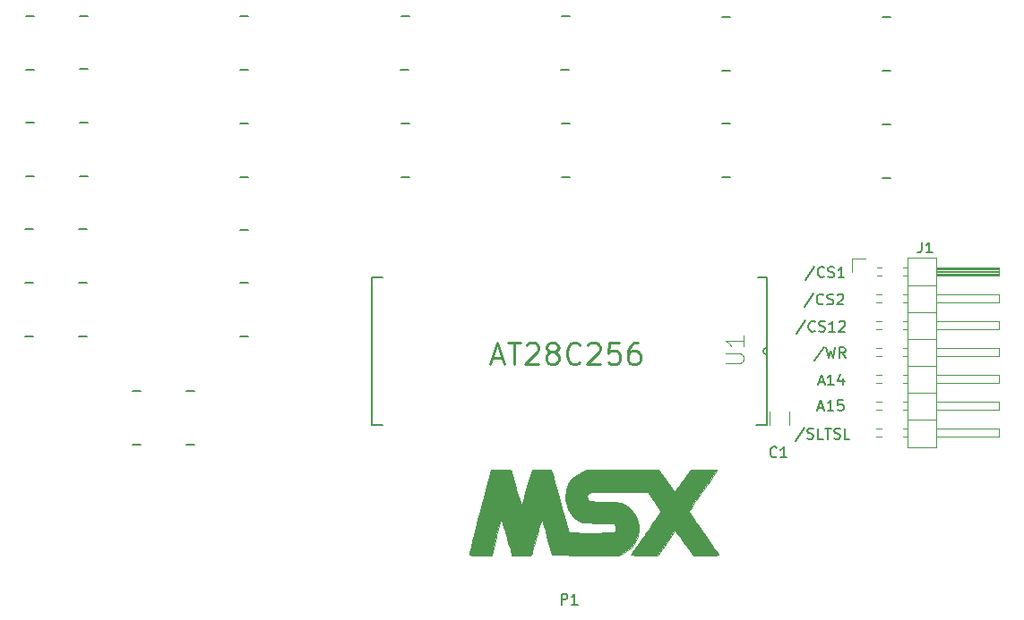
<source format=gbr>
G04 #@! TF.GenerationSoftware,KiCad,Pcbnew,(5.1.5)-3*
G04 #@! TF.CreationDate,2020-07-01T21:27:05+01:00*
G04 #@! TF.ProjectId,msx_eeprom,6d73785f-6565-4707-926f-6d2e6b696361,rev?*
G04 #@! TF.SameCoordinates,Original*
G04 #@! TF.FileFunction,Legend,Top*
G04 #@! TF.FilePolarity,Positive*
%FSLAX46Y46*%
G04 Gerber Fmt 4.6, Leading zero omitted, Abs format (unit mm)*
G04 Created by KiCad (PCBNEW (5.1.5)-3) date 2020-07-01 21:27:05*
%MOMM*%
%LPD*%
G04 APERTURE LIST*
%ADD10C,0.150000*%
%ADD11C,0.250000*%
%ADD12C,0.120000*%
%ADD13C,0.010000*%
%ADD14C,0.152400*%
%ADD15C,0.015000*%
G04 APERTURE END LIST*
D10*
X160639974Y-70438401D02*
X159782831Y-71724116D01*
X160925688Y-71438401D02*
X161068545Y-71486020D01*
X161306640Y-71486020D01*
X161401879Y-71438401D01*
X161449498Y-71390782D01*
X161497117Y-71295544D01*
X161497117Y-71200306D01*
X161449498Y-71105068D01*
X161401879Y-71057449D01*
X161306640Y-71009830D01*
X161116164Y-70962211D01*
X161020926Y-70914592D01*
X160973307Y-70866973D01*
X160925688Y-70771735D01*
X160925688Y-70676497D01*
X160973307Y-70581259D01*
X161020926Y-70533640D01*
X161116164Y-70486020D01*
X161354260Y-70486020D01*
X161497117Y-70533640D01*
X162401879Y-71486020D02*
X161925688Y-71486020D01*
X161925688Y-70486020D01*
X162592355Y-70486020D02*
X163163783Y-70486020D01*
X162878069Y-71486020D02*
X162878069Y-70486020D01*
X163449498Y-71438401D02*
X163592355Y-71486020D01*
X163830450Y-71486020D01*
X163925688Y-71438401D01*
X163973307Y-71390782D01*
X164020926Y-71295544D01*
X164020926Y-71200306D01*
X163973307Y-71105068D01*
X163925688Y-71057449D01*
X163830450Y-71009830D01*
X163639974Y-70962211D01*
X163544736Y-70914592D01*
X163497117Y-70866973D01*
X163449498Y-70771735D01*
X163449498Y-70676497D01*
X163497117Y-70581259D01*
X163544736Y-70533640D01*
X163639974Y-70486020D01*
X163878069Y-70486020D01*
X164020926Y-70533640D01*
X164925688Y-71486020D02*
X164449498Y-71486020D01*
X164449498Y-70486020D01*
X161966423Y-68518066D02*
X162442614Y-68518066D01*
X161871185Y-68803780D02*
X162204519Y-67803780D01*
X162537852Y-68803780D01*
X163394995Y-68803780D02*
X162823566Y-68803780D01*
X163109280Y-68803780D02*
X163109280Y-67803780D01*
X163014042Y-67946638D01*
X162918804Y-68041876D01*
X162823566Y-68089495D01*
X164299757Y-67803780D02*
X163823566Y-67803780D01*
X163775947Y-68279971D01*
X163823566Y-68232352D01*
X163918804Y-68184733D01*
X164156900Y-68184733D01*
X164252138Y-68232352D01*
X164299757Y-68279971D01*
X164347376Y-68375209D01*
X164347376Y-68613304D01*
X164299757Y-68708542D01*
X164252138Y-68756161D01*
X164156900Y-68803780D01*
X163918804Y-68803780D01*
X163823566Y-68756161D01*
X163775947Y-68708542D01*
X162004523Y-66105066D02*
X162480714Y-66105066D01*
X161909285Y-66390780D02*
X162242619Y-65390780D01*
X162575952Y-66390780D01*
X163433095Y-66390780D02*
X162861666Y-66390780D01*
X163147380Y-66390780D02*
X163147380Y-65390780D01*
X163052142Y-65533638D01*
X162956904Y-65628876D01*
X162861666Y-65676495D01*
X164290238Y-65724114D02*
X164290238Y-66390780D01*
X164052142Y-65343161D02*
X163814047Y-66057447D01*
X164433095Y-66057447D01*
D11*
X131130280Y-63828253D02*
X132082660Y-63828253D01*
X130939803Y-64399681D02*
X131606470Y-62399681D01*
X132273137Y-64399681D01*
X132654089Y-62399681D02*
X133796946Y-62399681D01*
X133225518Y-64399681D02*
X133225518Y-62399681D01*
X134368375Y-62590158D02*
X134463613Y-62494920D01*
X134654089Y-62399681D01*
X135130280Y-62399681D01*
X135320756Y-62494920D01*
X135415994Y-62590158D01*
X135511232Y-62780634D01*
X135511232Y-62971110D01*
X135415994Y-63256824D01*
X134273137Y-64399681D01*
X135511232Y-64399681D01*
X136654089Y-63256824D02*
X136463613Y-63161586D01*
X136368375Y-63066348D01*
X136273137Y-62875872D01*
X136273137Y-62780634D01*
X136368375Y-62590158D01*
X136463613Y-62494920D01*
X136654089Y-62399681D01*
X137035041Y-62399681D01*
X137225518Y-62494920D01*
X137320756Y-62590158D01*
X137415994Y-62780634D01*
X137415994Y-62875872D01*
X137320756Y-63066348D01*
X137225518Y-63161586D01*
X137035041Y-63256824D01*
X136654089Y-63256824D01*
X136463613Y-63352062D01*
X136368375Y-63447300D01*
X136273137Y-63637777D01*
X136273137Y-64018729D01*
X136368375Y-64209205D01*
X136463613Y-64304443D01*
X136654089Y-64399681D01*
X137035041Y-64399681D01*
X137225518Y-64304443D01*
X137320756Y-64209205D01*
X137415994Y-64018729D01*
X137415994Y-63637777D01*
X137320756Y-63447300D01*
X137225518Y-63352062D01*
X137035041Y-63256824D01*
X139415994Y-64209205D02*
X139320756Y-64304443D01*
X139035041Y-64399681D01*
X138844565Y-64399681D01*
X138558851Y-64304443D01*
X138368375Y-64113967D01*
X138273137Y-63923491D01*
X138177899Y-63542539D01*
X138177899Y-63256824D01*
X138273137Y-62875872D01*
X138368375Y-62685396D01*
X138558851Y-62494920D01*
X138844565Y-62399681D01*
X139035041Y-62399681D01*
X139320756Y-62494920D01*
X139415994Y-62590158D01*
X140177899Y-62590158D02*
X140273137Y-62494920D01*
X140463613Y-62399681D01*
X140939803Y-62399681D01*
X141130280Y-62494920D01*
X141225518Y-62590158D01*
X141320756Y-62780634D01*
X141320756Y-62971110D01*
X141225518Y-63256824D01*
X140082660Y-64399681D01*
X141320756Y-64399681D01*
X143130280Y-62399681D02*
X142177899Y-62399681D01*
X142082660Y-63352062D01*
X142177899Y-63256824D01*
X142368375Y-63161586D01*
X142844565Y-63161586D01*
X143035041Y-63256824D01*
X143130280Y-63352062D01*
X143225518Y-63542539D01*
X143225518Y-64018729D01*
X143130280Y-64209205D01*
X143035041Y-64304443D01*
X142844565Y-64399681D01*
X142368375Y-64399681D01*
X142177899Y-64304443D01*
X142082660Y-64209205D01*
X144939803Y-62399681D02*
X144558851Y-62399681D01*
X144368375Y-62494920D01*
X144273137Y-62590158D01*
X144082660Y-62875872D01*
X143987422Y-63256824D01*
X143987422Y-64018729D01*
X144082660Y-64209205D01*
X144177899Y-64304443D01*
X144368375Y-64399681D01*
X144749327Y-64399681D01*
X144939803Y-64304443D01*
X145035041Y-64209205D01*
X145130280Y-64018729D01*
X145130280Y-63542539D01*
X145035041Y-63352062D01*
X144939803Y-63256824D01*
X144749327Y-63161586D01*
X144368375Y-63161586D01*
X144177899Y-63256824D01*
X144082660Y-63352062D01*
X143987422Y-63542539D01*
D10*
X162475942Y-62775221D02*
X161618800Y-64060936D01*
X162714038Y-62822840D02*
X162952133Y-63822840D01*
X163142609Y-63108555D01*
X163333085Y-63822840D01*
X163571180Y-62822840D01*
X164523561Y-63822840D02*
X164190228Y-63346650D01*
X163952133Y-63822840D02*
X163952133Y-62822840D01*
X164333085Y-62822840D01*
X164428323Y-62870460D01*
X164475942Y-62918079D01*
X164523561Y-63013317D01*
X164523561Y-63156174D01*
X164475942Y-63251412D01*
X164428323Y-63299031D01*
X164333085Y-63346650D01*
X163952133Y-63346650D01*
X160737420Y-60283481D02*
X159880277Y-61569196D01*
X161642181Y-61235862D02*
X161594562Y-61283481D01*
X161451705Y-61331100D01*
X161356467Y-61331100D01*
X161213610Y-61283481D01*
X161118372Y-61188243D01*
X161070753Y-61093005D01*
X161023134Y-60902529D01*
X161023134Y-60759672D01*
X161070753Y-60569196D01*
X161118372Y-60473958D01*
X161213610Y-60378720D01*
X161356467Y-60331100D01*
X161451705Y-60331100D01*
X161594562Y-60378720D01*
X161642181Y-60426339D01*
X162023134Y-61283481D02*
X162165991Y-61331100D01*
X162404086Y-61331100D01*
X162499324Y-61283481D01*
X162546943Y-61235862D01*
X162594562Y-61140624D01*
X162594562Y-61045386D01*
X162546943Y-60950148D01*
X162499324Y-60902529D01*
X162404086Y-60854910D01*
X162213610Y-60807291D01*
X162118372Y-60759672D01*
X162070753Y-60712053D01*
X162023134Y-60616815D01*
X162023134Y-60521577D01*
X162070753Y-60426339D01*
X162118372Y-60378720D01*
X162213610Y-60331100D01*
X162451705Y-60331100D01*
X162594562Y-60378720D01*
X163546943Y-61331100D02*
X162975515Y-61331100D01*
X163261229Y-61331100D02*
X163261229Y-60331100D01*
X163165991Y-60473958D01*
X163070753Y-60569196D01*
X162975515Y-60616815D01*
X163927896Y-60426339D02*
X163975515Y-60378720D01*
X164070753Y-60331100D01*
X164308848Y-60331100D01*
X164404086Y-60378720D01*
X164451705Y-60426339D01*
X164499324Y-60521577D01*
X164499324Y-60616815D01*
X164451705Y-60759672D01*
X163880277Y-61331100D01*
X164499324Y-61331100D01*
X161520950Y-57718081D02*
X160663807Y-59003796D01*
X162425712Y-58670462D02*
X162378093Y-58718081D01*
X162235236Y-58765700D01*
X162139998Y-58765700D01*
X161997140Y-58718081D01*
X161901902Y-58622843D01*
X161854283Y-58527605D01*
X161806664Y-58337129D01*
X161806664Y-58194272D01*
X161854283Y-58003796D01*
X161901902Y-57908558D01*
X161997140Y-57813320D01*
X162139998Y-57765700D01*
X162235236Y-57765700D01*
X162378093Y-57813320D01*
X162425712Y-57860939D01*
X162806664Y-58718081D02*
X162949521Y-58765700D01*
X163187617Y-58765700D01*
X163282855Y-58718081D01*
X163330474Y-58670462D01*
X163378093Y-58575224D01*
X163378093Y-58479986D01*
X163330474Y-58384748D01*
X163282855Y-58337129D01*
X163187617Y-58289510D01*
X162997140Y-58241891D01*
X162901902Y-58194272D01*
X162854283Y-58146653D01*
X162806664Y-58051415D01*
X162806664Y-57956177D01*
X162854283Y-57860939D01*
X162901902Y-57813320D01*
X162997140Y-57765700D01*
X163235236Y-57765700D01*
X163378093Y-57813320D01*
X163759045Y-57860939D02*
X163806664Y-57813320D01*
X163901902Y-57765700D01*
X164139998Y-57765700D01*
X164235236Y-57813320D01*
X164282855Y-57860939D01*
X164330474Y-57956177D01*
X164330474Y-58051415D01*
X164282855Y-58194272D01*
X163711426Y-58765700D01*
X164330474Y-58765700D01*
X161597150Y-55150141D02*
X160740007Y-56435856D01*
X162501912Y-56102522D02*
X162454293Y-56150141D01*
X162311436Y-56197760D01*
X162216198Y-56197760D01*
X162073340Y-56150141D01*
X161978102Y-56054903D01*
X161930483Y-55959665D01*
X161882864Y-55769189D01*
X161882864Y-55626332D01*
X161930483Y-55435856D01*
X161978102Y-55340618D01*
X162073340Y-55245380D01*
X162216198Y-55197760D01*
X162311436Y-55197760D01*
X162454293Y-55245380D01*
X162501912Y-55292999D01*
X162882864Y-56150141D02*
X163025721Y-56197760D01*
X163263817Y-56197760D01*
X163359055Y-56150141D01*
X163406674Y-56102522D01*
X163454293Y-56007284D01*
X163454293Y-55912046D01*
X163406674Y-55816808D01*
X163359055Y-55769189D01*
X163263817Y-55721570D01*
X163073340Y-55673951D01*
X162978102Y-55626332D01*
X162930483Y-55578713D01*
X162882864Y-55483475D01*
X162882864Y-55388237D01*
X162930483Y-55292999D01*
X162978102Y-55245380D01*
X163073340Y-55197760D01*
X163311436Y-55197760D01*
X163454293Y-55245380D01*
X164406674Y-56197760D02*
X163835245Y-56197760D01*
X164120960Y-56197760D02*
X164120960Y-55197760D01*
X164025721Y-55340618D01*
X163930483Y-55435856D01*
X163835245Y-55483475D01*
D12*
X165145720Y-54399180D02*
X166415720Y-54399180D01*
X165145720Y-55669180D02*
X165145720Y-54399180D01*
X167458649Y-71289180D02*
X167912791Y-71289180D01*
X167458649Y-70529180D02*
X167912791Y-70529180D01*
X169998649Y-71289180D02*
X170395720Y-71289180D01*
X169998649Y-70529180D02*
X170395720Y-70529180D01*
X179055720Y-71289180D02*
X173055720Y-71289180D01*
X179055720Y-70529180D02*
X179055720Y-71289180D01*
X173055720Y-70529180D02*
X179055720Y-70529180D01*
X170395720Y-69639180D02*
X173055720Y-69639180D01*
X167458649Y-68749180D02*
X167912791Y-68749180D01*
X167458649Y-67989180D02*
X167912791Y-67989180D01*
X169998649Y-68749180D02*
X170395720Y-68749180D01*
X169998649Y-67989180D02*
X170395720Y-67989180D01*
X179055720Y-68749180D02*
X173055720Y-68749180D01*
X179055720Y-67989180D02*
X179055720Y-68749180D01*
X173055720Y-67989180D02*
X179055720Y-67989180D01*
X170395720Y-67099180D02*
X173055720Y-67099180D01*
X167458649Y-66209180D02*
X167912791Y-66209180D01*
X167458649Y-65449180D02*
X167912791Y-65449180D01*
X169998649Y-66209180D02*
X170395720Y-66209180D01*
X169998649Y-65449180D02*
X170395720Y-65449180D01*
X179055720Y-66209180D02*
X173055720Y-66209180D01*
X179055720Y-65449180D02*
X179055720Y-66209180D01*
X173055720Y-65449180D02*
X179055720Y-65449180D01*
X170395720Y-64559180D02*
X173055720Y-64559180D01*
X167458649Y-63669180D02*
X167912791Y-63669180D01*
X167458649Y-62909180D02*
X167912791Y-62909180D01*
X169998649Y-63669180D02*
X170395720Y-63669180D01*
X169998649Y-62909180D02*
X170395720Y-62909180D01*
X179055720Y-63669180D02*
X173055720Y-63669180D01*
X179055720Y-62909180D02*
X179055720Y-63669180D01*
X173055720Y-62909180D02*
X179055720Y-62909180D01*
X170395720Y-62019180D02*
X173055720Y-62019180D01*
X167458649Y-61129180D02*
X167912791Y-61129180D01*
X167458649Y-60369180D02*
X167912791Y-60369180D01*
X169998649Y-61129180D02*
X170395720Y-61129180D01*
X169998649Y-60369180D02*
X170395720Y-60369180D01*
X179055720Y-61129180D02*
X173055720Y-61129180D01*
X179055720Y-60369180D02*
X179055720Y-61129180D01*
X173055720Y-60369180D02*
X179055720Y-60369180D01*
X170395720Y-59479180D02*
X173055720Y-59479180D01*
X167458649Y-58589180D02*
X167912791Y-58589180D01*
X167458649Y-57829180D02*
X167912791Y-57829180D01*
X169998649Y-58589180D02*
X170395720Y-58589180D01*
X169998649Y-57829180D02*
X170395720Y-57829180D01*
X179055720Y-58589180D02*
X173055720Y-58589180D01*
X179055720Y-57829180D02*
X179055720Y-58589180D01*
X173055720Y-57829180D02*
X179055720Y-57829180D01*
X170395720Y-56939180D02*
X173055720Y-56939180D01*
X167525720Y-56049180D02*
X167912791Y-56049180D01*
X167525720Y-55289180D02*
X167912791Y-55289180D01*
X169998649Y-56049180D02*
X170395720Y-56049180D01*
X169998649Y-55289180D02*
X170395720Y-55289180D01*
X173055720Y-55949180D02*
X179055720Y-55949180D01*
X173055720Y-55829180D02*
X179055720Y-55829180D01*
X173055720Y-55709180D02*
X179055720Y-55709180D01*
X173055720Y-55589180D02*
X179055720Y-55589180D01*
X173055720Y-55469180D02*
X179055720Y-55469180D01*
X173055720Y-55349180D02*
X179055720Y-55349180D01*
X179055720Y-56049180D02*
X173055720Y-56049180D01*
X179055720Y-55289180D02*
X179055720Y-56049180D01*
X173055720Y-55289180D02*
X179055720Y-55289180D01*
X173055720Y-54339180D02*
X170395720Y-54339180D01*
X173055720Y-72239180D02*
X173055720Y-54339180D01*
X170395720Y-72239180D02*
X173055720Y-72239180D01*
X170395720Y-54339180D02*
X170395720Y-72239180D01*
D13*
G36*
X136800826Y-74690676D02*
G01*
X136844920Y-74849070D01*
X136928649Y-75148213D01*
X137045769Y-75565856D01*
X137190033Y-76079750D01*
X137355198Y-76667645D01*
X137535018Y-77307290D01*
X137639284Y-77678000D01*
X138389536Y-80345000D01*
X140436510Y-80367678D01*
X141171141Y-80371851D01*
X141768303Y-80366793D01*
X142219934Y-80352745D01*
X142517973Y-80329949D01*
X142650075Y-80301199D01*
X142769021Y-80154199D01*
X142818502Y-79926061D01*
X142791865Y-79692899D01*
X142715067Y-79557600D01*
X142596559Y-79512988D01*
X142337726Y-79481562D01*
X141929326Y-79462656D01*
X141362116Y-79455606D01*
X141296900Y-79455527D01*
X140814553Y-79449759D01*
X140367780Y-79434195D01*
X139995253Y-79410922D01*
X139735642Y-79382025D01*
X139664972Y-79367471D01*
X139187207Y-79149303D01*
X138759707Y-78782320D01*
X138401997Y-78284227D01*
X138336866Y-78163243D01*
X138177536Y-77825882D01*
X138089456Y-77549070D01*
X138052452Y-77250824D01*
X138046126Y-76981664D01*
X138113521Y-76322756D01*
X138322324Y-75753785D01*
X138675796Y-75269802D01*
X139177198Y-74865863D01*
X139589173Y-74641443D01*
X140065000Y-74418333D01*
X143451667Y-74396027D01*
X146838334Y-74373722D01*
X147600334Y-75436296D01*
X148362334Y-76498869D01*
X148547513Y-76268216D01*
X148669790Y-76106747D01*
X148860781Y-75843982D01*
X149093064Y-75518019D01*
X149309513Y-75209633D01*
X149886334Y-74381703D01*
X151135167Y-74378851D01*
X151573192Y-74380788D01*
X151944077Y-74388027D01*
X152218310Y-74399549D01*
X152366380Y-74414334D01*
X152384000Y-74421993D01*
X152336861Y-74500304D01*
X152203816Y-74698284D01*
X151997425Y-74997841D01*
X151730247Y-75380882D01*
X151414843Y-75829315D01*
X151063771Y-76325046D01*
X151028042Y-76375320D01*
X150649838Y-76913731D01*
X150323284Y-77391385D01*
X150058378Y-77792812D01*
X149865121Y-78102540D01*
X149753511Y-78305097D01*
X149730823Y-78382494D01*
X149793303Y-78475317D01*
X149940535Y-78687804D01*
X150159504Y-79001361D01*
X150437193Y-79397398D01*
X150760584Y-79857321D01*
X151116660Y-80362539D01*
X151171448Y-80440176D01*
X151528100Y-80947277D01*
X151850605Y-81409285D01*
X152126602Y-81808213D01*
X152343731Y-82126075D01*
X152489631Y-82344884D01*
X152551943Y-82446655D01*
X152553334Y-82451009D01*
X152473647Y-82469798D01*
X152254491Y-82485655D01*
X151925722Y-82497286D01*
X151517197Y-82503393D01*
X151333099Y-82504000D01*
X150112864Y-82503999D01*
X149708537Y-81932500D01*
X149454915Y-81576931D01*
X149159341Y-81166843D01*
X148880638Y-80783802D01*
X148848343Y-80739742D01*
X148392475Y-80118485D01*
X147578693Y-81311242D01*
X146764910Y-82504000D01*
X145510455Y-82504000D01*
X145071377Y-82501115D01*
X144699373Y-82493171D01*
X144423892Y-82481232D01*
X144274380Y-82466364D01*
X144256000Y-82458626D01*
X144302608Y-82380149D01*
X144434204Y-82181184D01*
X144638442Y-81879812D01*
X144902978Y-81494109D01*
X145215470Y-81042156D01*
X145563572Y-80542031D01*
X145611756Y-80473047D01*
X145966658Y-79963269D01*
X146290170Y-79494986D01*
X146569366Y-79087195D01*
X146791321Y-78758893D01*
X146943110Y-78529077D01*
X147011808Y-78416745D01*
X147013703Y-78412468D01*
X146985697Y-78299560D01*
X146874814Y-78078493D01*
X146697297Y-77778400D01*
X146469392Y-77428410D01*
X146444860Y-77392381D01*
X145829826Y-76492666D01*
X143101627Y-76492666D01*
X142311373Y-76493271D01*
X141674018Y-76496764D01*
X141173126Y-76505662D01*
X140792264Y-76522482D01*
X140514997Y-76549742D01*
X140324890Y-76589957D01*
X140205508Y-76645645D01*
X140140418Y-76719324D01*
X140113185Y-76813510D01*
X140107373Y-76930721D01*
X140107333Y-76951258D01*
X140125667Y-77118616D01*
X140195112Y-77241834D01*
X140337333Y-77327398D01*
X140573993Y-77381794D01*
X140926759Y-77411508D01*
X141417293Y-77423025D01*
X141686418Y-77423999D01*
X142315503Y-77432383D01*
X142807731Y-77462794D01*
X143194988Y-77523121D01*
X143509161Y-77621255D01*
X143782134Y-77765084D01*
X144045793Y-77962498D01*
X144119550Y-78026036D01*
X144552758Y-78511396D01*
X144834164Y-79071548D01*
X144964137Y-79707330D01*
X144973915Y-79964000D01*
X144895152Y-80632126D01*
X144668710Y-81228073D01*
X144303575Y-81737189D01*
X143808731Y-82144825D01*
X143546924Y-82290860D01*
X143106996Y-82506097D01*
X139938980Y-82483882D01*
X136770963Y-82461666D01*
X136304775Y-80708429D01*
X136166458Y-80194692D01*
X136041620Y-79743229D01*
X135936939Y-79377199D01*
X135859094Y-79119764D01*
X135814762Y-78994083D01*
X135808040Y-78985737D01*
X135780839Y-79069428D01*
X135718011Y-79287538D01*
X135627491Y-79610853D01*
X135517213Y-80010161D01*
X135395112Y-80456246D01*
X135269123Y-80919895D01*
X135147182Y-81371893D01*
X135037222Y-81783026D01*
X134947179Y-82124080D01*
X134884987Y-82365841D01*
X134858582Y-82479094D01*
X134858192Y-82482833D01*
X134779154Y-82491356D01*
X134565044Y-82498238D01*
X134250123Y-82502698D01*
X133930667Y-82504000D01*
X133003334Y-82504000D01*
X132845372Y-81974833D01*
X132763965Y-81695248D01*
X132651603Y-81300015D01*
X132521744Y-80836895D01*
X132387843Y-80353646D01*
X132356377Y-80239166D01*
X132237442Y-79816042D01*
X132131360Y-79457917D01*
X132046999Y-79193280D01*
X131993229Y-79050621D01*
X131981172Y-79033803D01*
X131949116Y-79112545D01*
X131884580Y-79332024D01*
X131793989Y-79668174D01*
X131683768Y-80096928D01*
X131560343Y-80594219D01*
X131517760Y-80769470D01*
X131098520Y-82504000D01*
X130005868Y-82504000D01*
X129538543Y-82500142D01*
X129220633Y-82487247D01*
X129032365Y-82463331D01*
X128953969Y-82426410D01*
X128951082Y-82398166D01*
X128978862Y-82297096D01*
X129043872Y-82048234D01*
X129141922Y-81667979D01*
X129268818Y-81172729D01*
X129420368Y-80578880D01*
X129592382Y-79902832D01*
X129780666Y-79160981D01*
X129981029Y-78369726D01*
X129990023Y-78334166D01*
X130991099Y-74376000D01*
X131945177Y-74376000D01*
X132364503Y-74378913D01*
X132644170Y-74390588D01*
X132813797Y-74415428D01*
X132903001Y-74457835D01*
X132941401Y-74522211D01*
X132941974Y-74524166D01*
X132977179Y-74649099D01*
X133049958Y-74909404D01*
X133152562Y-75277297D01*
X133277244Y-75724993D01*
X133416256Y-76224710D01*
X133429883Y-76273724D01*
X133567616Y-76755842D01*
X133692482Y-77167833D01*
X133797098Y-77487358D01*
X133874087Y-77692078D01*
X133916066Y-77759653D01*
X133919386Y-77755390D01*
X133955970Y-77640047D01*
X134031841Y-77389068D01*
X134138976Y-77029407D01*
X134269351Y-76588018D01*
X134414943Y-76091854D01*
X134433907Y-76027000D01*
X134904114Y-74418333D01*
X135808367Y-74394343D01*
X136712619Y-74370352D01*
X136800826Y-74690676D01*
G37*
X136800826Y-74690676D02*
X136844920Y-74849070D01*
X136928649Y-75148213D01*
X137045769Y-75565856D01*
X137190033Y-76079750D01*
X137355198Y-76667645D01*
X137535018Y-77307290D01*
X137639284Y-77678000D01*
X138389536Y-80345000D01*
X140436510Y-80367678D01*
X141171141Y-80371851D01*
X141768303Y-80366793D01*
X142219934Y-80352745D01*
X142517973Y-80329949D01*
X142650075Y-80301199D01*
X142769021Y-80154199D01*
X142818502Y-79926061D01*
X142791865Y-79692899D01*
X142715067Y-79557600D01*
X142596559Y-79512988D01*
X142337726Y-79481562D01*
X141929326Y-79462656D01*
X141362116Y-79455606D01*
X141296900Y-79455527D01*
X140814553Y-79449759D01*
X140367780Y-79434195D01*
X139995253Y-79410922D01*
X139735642Y-79382025D01*
X139664972Y-79367471D01*
X139187207Y-79149303D01*
X138759707Y-78782320D01*
X138401997Y-78284227D01*
X138336866Y-78163243D01*
X138177536Y-77825882D01*
X138089456Y-77549070D01*
X138052452Y-77250824D01*
X138046126Y-76981664D01*
X138113521Y-76322756D01*
X138322324Y-75753785D01*
X138675796Y-75269802D01*
X139177198Y-74865863D01*
X139589173Y-74641443D01*
X140065000Y-74418333D01*
X143451667Y-74396027D01*
X146838334Y-74373722D01*
X147600334Y-75436296D01*
X148362334Y-76498869D01*
X148547513Y-76268216D01*
X148669790Y-76106747D01*
X148860781Y-75843982D01*
X149093064Y-75518019D01*
X149309513Y-75209633D01*
X149886334Y-74381703D01*
X151135167Y-74378851D01*
X151573192Y-74380788D01*
X151944077Y-74388027D01*
X152218310Y-74399549D01*
X152366380Y-74414334D01*
X152384000Y-74421993D01*
X152336861Y-74500304D01*
X152203816Y-74698284D01*
X151997425Y-74997841D01*
X151730247Y-75380882D01*
X151414843Y-75829315D01*
X151063771Y-76325046D01*
X151028042Y-76375320D01*
X150649838Y-76913731D01*
X150323284Y-77391385D01*
X150058378Y-77792812D01*
X149865121Y-78102540D01*
X149753511Y-78305097D01*
X149730823Y-78382494D01*
X149793303Y-78475317D01*
X149940535Y-78687804D01*
X150159504Y-79001361D01*
X150437193Y-79397398D01*
X150760584Y-79857321D01*
X151116660Y-80362539D01*
X151171448Y-80440176D01*
X151528100Y-80947277D01*
X151850605Y-81409285D01*
X152126602Y-81808213D01*
X152343731Y-82126075D01*
X152489631Y-82344884D01*
X152551943Y-82446655D01*
X152553334Y-82451009D01*
X152473647Y-82469798D01*
X152254491Y-82485655D01*
X151925722Y-82497286D01*
X151517197Y-82503393D01*
X151333099Y-82504000D01*
X150112864Y-82503999D01*
X149708537Y-81932500D01*
X149454915Y-81576931D01*
X149159341Y-81166843D01*
X148880638Y-80783802D01*
X148848343Y-80739742D01*
X148392475Y-80118485D01*
X147578693Y-81311242D01*
X146764910Y-82504000D01*
X145510455Y-82504000D01*
X145071377Y-82501115D01*
X144699373Y-82493171D01*
X144423892Y-82481232D01*
X144274380Y-82466364D01*
X144256000Y-82458626D01*
X144302608Y-82380149D01*
X144434204Y-82181184D01*
X144638442Y-81879812D01*
X144902978Y-81494109D01*
X145215470Y-81042156D01*
X145563572Y-80542031D01*
X145611756Y-80473047D01*
X145966658Y-79963269D01*
X146290170Y-79494986D01*
X146569366Y-79087195D01*
X146791321Y-78758893D01*
X146943110Y-78529077D01*
X147011808Y-78416745D01*
X147013703Y-78412468D01*
X146985697Y-78299560D01*
X146874814Y-78078493D01*
X146697297Y-77778400D01*
X146469392Y-77428410D01*
X146444860Y-77392381D01*
X145829826Y-76492666D01*
X143101627Y-76492666D01*
X142311373Y-76493271D01*
X141674018Y-76496764D01*
X141173126Y-76505662D01*
X140792264Y-76522482D01*
X140514997Y-76549742D01*
X140324890Y-76589957D01*
X140205508Y-76645645D01*
X140140418Y-76719324D01*
X140113185Y-76813510D01*
X140107373Y-76930721D01*
X140107333Y-76951258D01*
X140125667Y-77118616D01*
X140195112Y-77241834D01*
X140337333Y-77327398D01*
X140573993Y-77381794D01*
X140926759Y-77411508D01*
X141417293Y-77423025D01*
X141686418Y-77423999D01*
X142315503Y-77432383D01*
X142807731Y-77462794D01*
X143194988Y-77523121D01*
X143509161Y-77621255D01*
X143782134Y-77765084D01*
X144045793Y-77962498D01*
X144119550Y-78026036D01*
X144552758Y-78511396D01*
X144834164Y-79071548D01*
X144964137Y-79707330D01*
X144973915Y-79964000D01*
X144895152Y-80632126D01*
X144668710Y-81228073D01*
X144303575Y-81737189D01*
X143808731Y-82144825D01*
X143546924Y-82290860D01*
X143106996Y-82506097D01*
X139938980Y-82483882D01*
X136770963Y-82461666D01*
X136304775Y-80708429D01*
X136166458Y-80194692D01*
X136041620Y-79743229D01*
X135936939Y-79377199D01*
X135859094Y-79119764D01*
X135814762Y-78994083D01*
X135808040Y-78985737D01*
X135780839Y-79069428D01*
X135718011Y-79287538D01*
X135627491Y-79610853D01*
X135517213Y-80010161D01*
X135395112Y-80456246D01*
X135269123Y-80919895D01*
X135147182Y-81371893D01*
X135037222Y-81783026D01*
X134947179Y-82124080D01*
X134884987Y-82365841D01*
X134858582Y-82479094D01*
X134858192Y-82482833D01*
X134779154Y-82491356D01*
X134565044Y-82498238D01*
X134250123Y-82502698D01*
X133930667Y-82504000D01*
X133003334Y-82504000D01*
X132845372Y-81974833D01*
X132763965Y-81695248D01*
X132651603Y-81300015D01*
X132521744Y-80836895D01*
X132387843Y-80353646D01*
X132356377Y-80239166D01*
X132237442Y-79816042D01*
X132131360Y-79457917D01*
X132046999Y-79193280D01*
X131993229Y-79050621D01*
X131981172Y-79033803D01*
X131949116Y-79112545D01*
X131884580Y-79332024D01*
X131793989Y-79668174D01*
X131683768Y-80096928D01*
X131560343Y-80594219D01*
X131517760Y-80769470D01*
X131098520Y-82504000D01*
X130005868Y-82504000D01*
X129538543Y-82500142D01*
X129220633Y-82487247D01*
X129032365Y-82463331D01*
X128953969Y-82426410D01*
X128951082Y-82398166D01*
X128978862Y-82297096D01*
X129043872Y-82048234D01*
X129141922Y-81667979D01*
X129268818Y-81172729D01*
X129420368Y-80578880D01*
X129592382Y-79902832D01*
X129780666Y-79160981D01*
X129981029Y-78369726D01*
X129990023Y-78334166D01*
X130991099Y-74376000D01*
X131945177Y-74376000D01*
X132364503Y-74378913D01*
X132644170Y-74390588D01*
X132813797Y-74415428D01*
X132903001Y-74457835D01*
X132941401Y-74522211D01*
X132941974Y-74524166D01*
X132977179Y-74649099D01*
X133049958Y-74909404D01*
X133152562Y-75277297D01*
X133277244Y-75724993D01*
X133416256Y-76224710D01*
X133429883Y-76273724D01*
X133567616Y-76755842D01*
X133692482Y-77167833D01*
X133797098Y-77487358D01*
X133874087Y-77692078D01*
X133916066Y-77759653D01*
X133919386Y-77755390D01*
X133955970Y-77640047D01*
X134031841Y-77389068D01*
X134138976Y-77029407D01*
X134269351Y-76588018D01*
X134414943Y-76091854D01*
X134433907Y-76027000D01*
X134904114Y-74418333D01*
X135808367Y-74394343D01*
X136712619Y-74370352D01*
X136800826Y-74690676D01*
D14*
X156044900Y-70154800D02*
X157060900Y-70154800D01*
X119722900Y-56184800D02*
X119722900Y-70154800D01*
X119722900Y-70154800D02*
X120738900Y-70154800D01*
X157060900Y-70154800D02*
X157060900Y-63474600D01*
X157060900Y-63474600D02*
X157060900Y-62865000D01*
X157060900Y-62865000D02*
X157060900Y-56184800D01*
X157060900Y-56184800D02*
X156222700Y-56184800D01*
X120738900Y-56184800D02*
X119722900Y-56184800D01*
X157060900Y-63474600D02*
G75*
G02X157060900Y-62865000I0J304800D01*
G01*
D12*
X159225500Y-70143400D02*
X159225500Y-68885400D01*
X157385500Y-70143400D02*
X157385500Y-68885400D01*
D10*
X171737386Y-52851560D02*
X171737386Y-53565846D01*
X171689767Y-53708703D01*
X171594529Y-53803941D01*
X171451672Y-53851560D01*
X171356434Y-53851560D01*
X172737386Y-53851560D02*
X172165958Y-53851560D01*
X172451672Y-53851560D02*
X172451672Y-52851560D01*
X172356434Y-52994418D01*
X172261196Y-53089656D01*
X172165958Y-53137275D01*
X97166647Y-66943399D02*
X97928552Y-66943399D01*
X102246647Y-66933239D02*
X103008552Y-66933239D01*
X102272047Y-71992919D02*
X103033952Y-71992919D01*
X97192047Y-72003079D02*
X97953952Y-72003079D01*
X107299807Y-51677819D02*
X108061712Y-51677819D01*
X92100447Y-51632099D02*
X92862352Y-51632099D01*
X107279487Y-56742579D02*
X108041392Y-56742579D01*
X92080127Y-56696859D02*
X92842032Y-56696859D01*
X87020447Y-51642259D02*
X87782352Y-51642259D01*
X87000127Y-56707019D02*
X87762032Y-56707019D01*
X107304887Y-61802259D02*
X108066792Y-61802259D01*
X92105527Y-61756539D02*
X92867432Y-61756539D01*
X87025527Y-61766699D02*
X87787432Y-61766699D01*
X107340447Y-31489899D02*
X108102352Y-31489899D01*
X122524567Y-31489899D02*
X123286472Y-31489899D01*
X92141087Y-31444179D02*
X92902992Y-31444179D01*
X167995647Y-31566099D02*
X168757552Y-31566099D01*
X137683287Y-31510219D02*
X138445192Y-31510219D01*
X122504247Y-36554659D02*
X123266152Y-36554659D01*
X87061087Y-31454339D02*
X87822992Y-31454339D01*
X152852167Y-31535619D02*
X153614072Y-31535619D01*
X92120767Y-36508939D02*
X92882672Y-36508939D01*
X107320127Y-36554659D02*
X108082032Y-36554659D01*
X167975327Y-36630859D02*
X168737232Y-36630859D01*
X152831847Y-36600379D02*
X153593752Y-36600379D01*
X137662967Y-36574979D02*
X138424872Y-36574979D01*
X87040767Y-36519099D02*
X87802672Y-36519099D01*
X122529647Y-41614339D02*
X123291552Y-41614339D01*
X92146167Y-41568619D02*
X92908072Y-41568619D01*
X107345527Y-41614339D02*
X108107432Y-41614339D01*
X168000727Y-41690539D02*
X168762632Y-41690539D01*
X152857247Y-41660059D02*
X153619152Y-41660059D01*
X137688367Y-41634659D02*
X138450272Y-41634659D01*
X87066167Y-41578779D02*
X87828072Y-41578779D01*
X87045847Y-46643539D02*
X87807752Y-46643539D01*
X92125847Y-46633379D02*
X92887752Y-46633379D01*
X107325207Y-46679099D02*
X108087112Y-46679099D01*
X167980407Y-46755299D02*
X168742312Y-46755299D01*
X152836927Y-46724819D02*
X153598832Y-46724819D01*
X137668047Y-46699419D02*
X138429952Y-46699419D01*
X122509327Y-46679099D02*
X123271232Y-46679099D01*
X137681744Y-87149820D02*
X137681744Y-86149820D01*
X138062697Y-86149820D01*
X138157935Y-86197440D01*
X138205554Y-86245059D01*
X138253173Y-86340297D01*
X138253173Y-86483154D01*
X138205554Y-86578392D01*
X138157935Y-86626011D01*
X138062697Y-86673630D01*
X137681744Y-86673630D01*
X139205554Y-87149820D02*
X138634125Y-87149820D01*
X138919840Y-87149820D02*
X138919840Y-86149820D01*
X138824601Y-86292678D01*
X138729363Y-86387916D01*
X138634125Y-86435535D01*
D15*
X153215512Y-64318965D02*
X154544450Y-64318965D01*
X154700796Y-64240792D01*
X154778969Y-64162620D01*
X154857142Y-64006274D01*
X154857142Y-63693582D01*
X154778969Y-63537237D01*
X154700796Y-63459064D01*
X154544450Y-63380891D01*
X153215512Y-63380891D01*
X154857142Y-61739261D02*
X154857142Y-62677335D01*
X154857142Y-62208298D02*
X153215512Y-62208298D01*
X153450030Y-62364644D01*
X153606376Y-62520990D01*
X153684549Y-62677335D01*
D10*
X158011833Y-73135762D02*
X157964214Y-73183381D01*
X157821357Y-73231000D01*
X157726119Y-73231000D01*
X157583261Y-73183381D01*
X157488023Y-73088143D01*
X157440404Y-72992905D01*
X157392785Y-72802429D01*
X157392785Y-72659572D01*
X157440404Y-72469096D01*
X157488023Y-72373858D01*
X157583261Y-72278620D01*
X157726119Y-72231000D01*
X157821357Y-72231000D01*
X157964214Y-72278620D01*
X158011833Y-72326239D01*
X158964214Y-73231000D02*
X158392785Y-73231000D01*
X158678500Y-73231000D02*
X158678500Y-72231000D01*
X158583261Y-72373858D01*
X158488023Y-72469096D01*
X158392785Y-72516715D01*
M02*

</source>
